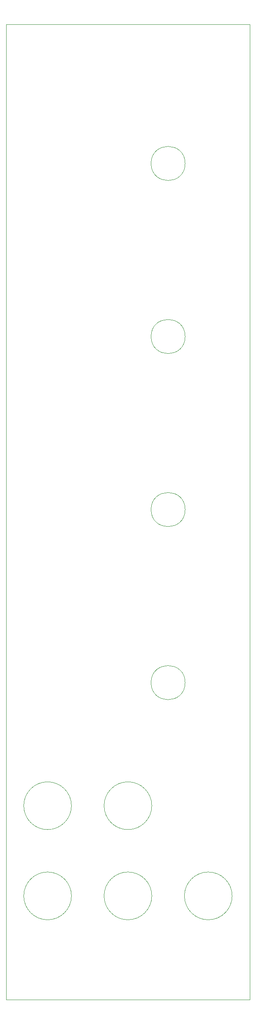
<source format=gm1>
%TF.GenerationSoftware,KiCad,Pcbnew,8.0.5*%
%TF.CreationDate,2024-12-03T21:15:31+01:00*%
%TF.ProjectId,DMH_Mixer_PANEL,444d485f-4d69-4786-9572-5f50414e454c,rev?*%
%TF.SameCoordinates,Original*%
%TF.FileFunction,Profile,NP*%
%FSLAX46Y46*%
G04 Gerber Fmt 4.6, Leading zero omitted, Abs format (unit mm)*
G04 Created by KiCad (PCBNEW 8.0.5) date 2024-12-03 21:15:31*
%MOMM*%
%LPD*%
G01*
G04 APERTURE LIST*
%TA.AperFunction,Profile*%
%ADD10C,0.050000*%
%TD*%
G04 APERTURE END LIST*
D10*
X50000000Y-30000000D02*
X100000000Y-30000000D01*
X100000000Y-230000000D01*
X50000000Y-230000000D01*
X50000000Y-30000000D01*
%TO.C,H13*%
X86750000Y-129500000D02*
G75*
G02*
X79750000Y-129500000I-3500000J0D01*
G01*
X79750000Y-129500000D02*
G75*
G02*
X86750000Y-129500000I3500000J0D01*
G01*
%TO.C,H12*%
X86750000Y-94000000D02*
G75*
G02*
X79750000Y-94000000I-3500000J0D01*
G01*
X79750000Y-94000000D02*
G75*
G02*
X86750000Y-94000000I3500000J0D01*
G01*
%TO.C,H16*%
X86750000Y-165000000D02*
G75*
G02*
X79750000Y-165000000I-3500000J0D01*
G01*
X79750000Y-165000000D02*
G75*
G02*
X86750000Y-165000000I3500000J0D01*
G01*
%TO.C,H11*%
X86750000Y-58500000D02*
G75*
G02*
X79750000Y-58500000I-3500000J0D01*
G01*
X79750000Y-58500000D02*
G75*
G02*
X86750000Y-58500000I3500000J0D01*
G01*
%TO.C,H8*%
X96400000Y-208750000D02*
G75*
G02*
X86600000Y-208750000I-4900000J0D01*
G01*
X86600000Y-208750000D02*
G75*
G02*
X96400000Y-208750000I4900000J0D01*
G01*
%TO.C,H5*%
X63400000Y-190250000D02*
G75*
G02*
X53600000Y-190250000I-4900000J0D01*
G01*
X53600000Y-190250000D02*
G75*
G02*
X63400000Y-190250000I4900000J0D01*
G01*
%TO.C,H6*%
X79900000Y-190250000D02*
G75*
G02*
X70100000Y-190250000I-4900000J0D01*
G01*
X70100000Y-190250000D02*
G75*
G02*
X79900000Y-190250000I4900000J0D01*
G01*
%TO.C,H7*%
X63400000Y-208750000D02*
G75*
G02*
X53600000Y-208750000I-4900000J0D01*
G01*
X53600000Y-208750000D02*
G75*
G02*
X63400000Y-208750000I4900000J0D01*
G01*
%TO.C,H15*%
X79900000Y-208750000D02*
G75*
G02*
X70100000Y-208750000I-4900000J0D01*
G01*
X70100000Y-208750000D02*
G75*
G02*
X79900000Y-208750000I4900000J0D01*
G01*
%TD*%
M02*

</source>
